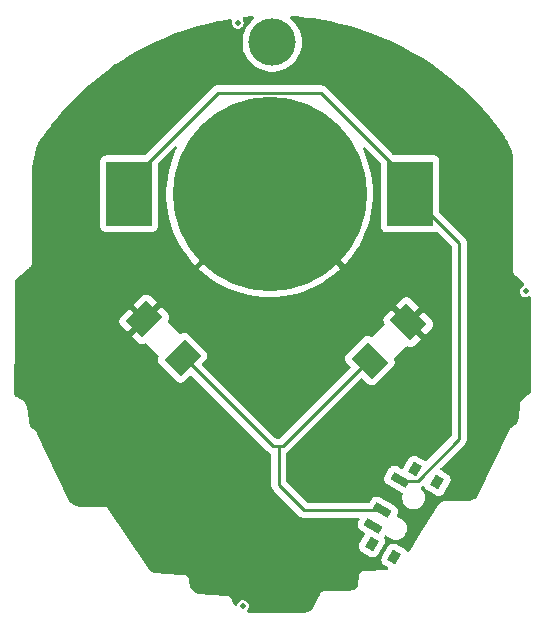
<source format=gbr>
%TF.GenerationSoftware,KiCad,Pcbnew,(6.0.7)*%
%TF.CreationDate,2022-11-23T15:41:05-06:00*%
%TF.ProjectId,LLK,4c4c4b2e-6b69-4636-9164-5f7063625858,rev?*%
%TF.SameCoordinates,Original*%
%TF.FileFunction,Copper,L2,Bot*%
%TF.FilePolarity,Positive*%
%FSLAX46Y46*%
G04 Gerber Fmt 4.6, Leading zero omitted, Abs format (unit mm)*
G04 Created by KiCad (PCBNEW (6.0.7)) date 2022-11-23 15:41:05*
%MOMM*%
%LPD*%
G01*
G04 APERTURE LIST*
G04 Aperture macros list*
%AMRotRect*
0 Rectangle, with rotation*
0 The origin of the aperture is its center*
0 $1 length*
0 $2 width*
0 $3 Rotation angle, in degrees counterclockwise*
0 Add horizontal line*
21,1,$1,$2,0,0,$3*%
G04 Aperture macros list end*
%TA.AperFunction,ComponentPad*%
%ADD10C,4.000000*%
%TD*%
%TA.AperFunction,SMDPad,CuDef*%
%ADD11RotRect,2.000000X2.500000X135.000000*%
%TD*%
%TA.AperFunction,SMDPad,CuDef*%
%ADD12RotRect,2.000000X2.500000X45.000000*%
%TD*%
%TA.AperFunction,SMDPad,CuDef*%
%ADD13C,0.500000*%
%TD*%
%TA.AperFunction,SMDPad,CuDef*%
%ADD14R,3.857800X5.472400*%
%TD*%
%TA.AperFunction,SMDPad,CuDef*%
%ADD15R,3.908600X5.523200*%
%TD*%
%TA.AperFunction,SMDPad,CuDef*%
%ADD16C,16.459512*%
%TD*%
%TA.AperFunction,SMDPad,CuDef*%
%ADD17RotRect,1.000000X0.800000X240.000000*%
%TD*%
%TA.AperFunction,SMDPad,CuDef*%
%ADD18RotRect,0.700000X1.500000X240.000000*%
%TD*%
%TA.AperFunction,Conductor*%
%ADD19C,0.250000*%
%TD*%
G04 APERTURE END LIST*
D10*
%TO.P,REF\u002A\u002A,*%
%TO.N,*%
X150660000Y-79220000D03*
%TD*%
D11*
%TO.P,D1,1,K*%
%TO.N,GND*%
X139813654Y-102693654D03*
%TO.P,D1,2,A*%
%TO.N,Net-(D1-Pad2)*%
X143066346Y-105946346D03*
%TD*%
D12*
%TO.P,D2,1,K*%
%TO.N,GND*%
X162183701Y-102923412D03*
%TO.P,D2,2,A*%
%TO.N,Net-(D1-Pad2)*%
X158931009Y-106176104D03*
%TD*%
D13*
%TO.P,REF\u002A\u002A,*%
%TO.N,*%
X172110000Y-100300000D03*
%TD*%
%TO.P,REF\u002A\u002A,*%
%TO.N,*%
X147740000Y-77580000D03*
%TD*%
D14*
%TO.P,BT1,1,+*%
%TO.N,Net-(BT1-Pad1)*%
X138535000Y-92060000D03*
D15*
X162345000Y-92060000D03*
D16*
%TO.P,BT1,2,-*%
%TO.N,GND*%
X150440000Y-92060000D03*
%TD*%
D17*
%TO.P,ON/OFF,*%
%TO.N,*%
X162739500Y-115379007D03*
X159089500Y-121700993D03*
X164653416Y-116484007D03*
X161003416Y-122805993D03*
D18*
%TO.P,ON/OFF,1,A*%
%TO.N,Net-(BT1-Pad1)*%
X161476584Y-116266443D03*
%TO.P,ON/OFF,2,B*%
%TO.N,Net-(D1-Pad2)*%
X159976584Y-118864519D03*
%TO.P,ON/OFF,3*%
%TO.N,N/C*%
X159226584Y-120163557D03*
%TD*%
D13*
%TO.P,REF\u002A\u002A,*%
%TO.N,*%
X148170000Y-126990000D03*
%TD*%
D19*
%TO.N,Net-(BT1-Pad1)*%
X166500000Y-112807550D02*
X166500000Y-96215000D01*
X162970530Y-116337020D02*
X166500000Y-112807550D01*
X162345000Y-91075000D02*
X162345000Y-92060000D01*
X161476584Y-116266443D02*
X161547161Y-116337020D01*
X138535000Y-92060000D02*
X138535000Y-91025000D01*
X166500000Y-96215000D02*
X162345000Y-92060000D01*
X161547161Y-116337020D02*
X162970530Y-116337020D01*
X146054756Y-83505244D02*
X154775244Y-83505244D01*
X138535000Y-91025000D02*
X146054756Y-83505244D01*
X154775244Y-83505244D02*
X162345000Y-91075000D01*
%TO.N,GND*%
X151292692Y-92060000D02*
X150440000Y-92060000D01*
X150440000Y-92067308D02*
X150440000Y-92060000D01*
%TO.N,Net-(D1-Pad2)*%
X153364519Y-118864519D02*
X151210000Y-116710000D01*
X143511346Y-106221346D02*
X150710000Y-113420000D01*
X151490000Y-113420000D02*
X151550000Y-113420000D01*
X159976584Y-118864519D02*
X153364519Y-118864519D01*
X158843654Y-106126346D02*
X158843654Y-106116346D01*
X151210000Y-116710000D02*
X151210000Y-113430000D01*
X150710000Y-113420000D02*
X151540000Y-113420000D01*
X151550000Y-113420000D02*
X158843654Y-106126346D01*
%TD*%
%TA.AperFunction,Conductor*%
%TO.N,GND*%
G36*
X152698941Y-77044426D02*
G01*
X152703948Y-77044828D01*
X153642541Y-77139228D01*
X153647528Y-77139831D01*
X154121557Y-77206684D01*
X154581558Y-77271559D01*
X154586476Y-77272353D01*
X155050532Y-77356787D01*
X155514569Y-77441218D01*
X155519492Y-77442216D01*
X156440057Y-77647927D01*
X156444937Y-77649120D01*
X157356575Y-77891362D01*
X157361403Y-77892748D01*
X157810324Y-78031413D01*
X158262699Y-78171145D01*
X158267443Y-78172715D01*
X158555586Y-78274467D01*
X159156908Y-78486812D01*
X159161611Y-78488579D01*
X160037846Y-78837878D01*
X160042474Y-78839831D01*
X160701565Y-79133530D01*
X160886730Y-79216042D01*
X160904070Y-79223769D01*
X160908589Y-79225891D01*
X161754264Y-79643901D01*
X161758709Y-79646210D01*
X162586992Y-80097565D01*
X162591354Y-80100056D01*
X163400999Y-80584073D01*
X163405258Y-80586736D01*
X164194943Y-81102626D01*
X164199093Y-81105456D01*
X164967618Y-81652433D01*
X164971649Y-81655425D01*
X165698011Y-82217323D01*
X165717750Y-82232593D01*
X165721658Y-82235742D01*
X166427096Y-82827867D01*
X166444174Y-82842202D01*
X166447948Y-82845501D01*
X166732333Y-83104212D01*
X167145699Y-83480261D01*
X167149347Y-83483715D01*
X167156700Y-83490960D01*
X167814098Y-84138744D01*
X167821241Y-84145783D01*
X167824748Y-84149379D01*
X168469722Y-84837705D01*
X168473078Y-84841432D01*
X169075630Y-85538186D01*
X169090125Y-85554947D01*
X169093330Y-85558808D01*
X169667628Y-86279019D01*
X169681414Y-86296308D01*
X169684460Y-86300288D01*
X169974961Y-86695981D01*
X170216878Y-87025499D01*
X170228276Y-87044255D01*
X170232350Y-87052502D01*
X170232355Y-87052510D01*
X170236329Y-87060553D01*
X170242401Y-87067158D01*
X170242405Y-87067164D01*
X170243414Y-87068261D01*
X170258284Y-87088022D01*
X170493256Y-87474048D01*
X170497863Y-87482298D01*
X170726482Y-87930390D01*
X170730372Y-87938758D01*
X170943569Y-88445100D01*
X170949389Y-88462289D01*
X171052291Y-88858067D01*
X171056119Y-88882226D01*
X171081254Y-89301132D01*
X171081480Y-89308810D01*
X171075054Y-95297257D01*
X171071551Y-98562125D01*
X171070152Y-98580711D01*
X171066283Y-98606462D01*
X171071352Y-98643677D01*
X171071463Y-98644753D01*
X171071461Y-98645967D01*
X171071920Y-98649193D01*
X171076244Y-98679617D01*
X171076343Y-98680322D01*
X171085939Y-98750787D01*
X171086554Y-98752164D01*
X171086766Y-98753658D01*
X171090311Y-98761478D01*
X171090312Y-98761480D01*
X171116102Y-98818364D01*
X171116403Y-98819033D01*
X171145312Y-98883794D01*
X171146288Y-98884942D01*
X171146911Y-98886317D01*
X171193436Y-98940429D01*
X171217782Y-98969081D01*
X171218698Y-98969872D01*
X171219442Y-98970677D01*
X171236019Y-98989957D01*
X171241872Y-98996764D01*
X171267004Y-99013092D01*
X171280671Y-99023354D01*
X171968494Y-99616956D01*
X172006996Y-99676604D01*
X172007138Y-99747601D01*
X171968873Y-99807403D01*
X171920796Y-99833493D01*
X171903529Y-99838428D01*
X171782280Y-99914930D01*
X171687377Y-100022388D01*
X171626447Y-100152163D01*
X171604391Y-100293823D01*
X171605555Y-100302725D01*
X171605555Y-100302728D01*
X171610013Y-100336818D01*
X171622980Y-100435979D01*
X171680720Y-100567203D01*
X171686497Y-100574076D01*
X171686498Y-100574077D01*
X171738948Y-100636474D01*
X171772970Y-100676948D01*
X171892313Y-100756390D01*
X172029157Y-100799142D01*
X172038129Y-100799306D01*
X172038132Y-100799307D01*
X172103463Y-100800504D01*
X172172499Y-100801770D01*
X172181728Y-100799254D01*
X172302158Y-100766421D01*
X172302160Y-100766420D01*
X172310817Y-100764060D01*
X172346981Y-100741855D01*
X172415496Y-100723258D01*
X172483191Y-100744654D01*
X172528572Y-100799254D01*
X172538904Y-100848275D01*
X172568711Y-104778512D01*
X172595264Y-108279550D01*
X172599263Y-108806895D01*
X172579779Y-108875166D01*
X172554715Y-108903987D01*
X172086204Y-109300919D01*
X172075907Y-109308771D01*
X171922960Y-109413420D01*
X171919314Y-109415823D01*
X171866164Y-109449525D01*
X171860236Y-109456268D01*
X171840575Y-109478630D01*
X171831127Y-109488280D01*
X171802567Y-109514478D01*
X171797922Y-109522157D01*
X171767684Y-109572146D01*
X171766182Y-109574567D01*
X171740366Y-109615136D01*
X171739172Y-109617012D01*
X171733369Y-109625159D01*
X171727685Y-109630533D01*
X171696464Y-109683956D01*
X171693998Y-109687998D01*
X171681395Y-109707803D01*
X171679544Y-109711900D01*
X171677418Y-109715832D01*
X171677415Y-109715830D01*
X171674209Y-109722037D01*
X171658723Y-109748535D01*
X171658720Y-109748542D01*
X171654192Y-109756290D01*
X171652020Y-109765000D01*
X171650436Y-109771354D01*
X171642998Y-109792760D01*
X171636597Y-109806922D01*
X171633615Y-109828086D01*
X171631060Y-109846218D01*
X171628547Y-109859127D01*
X171628293Y-109860146D01*
X171627112Y-109864883D01*
X171626674Y-109869739D01*
X171626674Y-109869740D01*
X171625054Y-109887711D01*
X171624332Y-109893962D01*
X171616273Y-109951155D01*
X171617566Y-109960042D01*
X171617577Y-109964684D01*
X171617068Y-109976284D01*
X171520696Y-111045132D01*
X171514022Y-111075752D01*
X171433292Y-111304487D01*
X171431768Y-111308427D01*
X171430122Y-111311617D01*
X171428584Y-111316231D01*
X171419360Y-111343902D01*
X171418643Y-111345990D01*
X171409826Y-111370971D01*
X171409823Y-111370980D01*
X171408337Y-111375192D01*
X171407637Y-111378699D01*
X171406364Y-111382888D01*
X171362853Y-111513422D01*
X171342110Y-111551785D01*
X171315346Y-111585593D01*
X171269355Y-111621789D01*
X171203911Y-111651993D01*
X171180552Y-111660102D01*
X171179572Y-111660338D01*
X171170386Y-111662545D01*
X171162598Y-111667007D01*
X171130999Y-111685111D01*
X171121160Y-111690188D01*
X171113757Y-111693604D01*
X171109996Y-111696039D01*
X171109995Y-111696040D01*
X171098072Y-111703761D01*
X171092224Y-111707325D01*
X171073276Y-111718181D01*
X171069478Y-111721220D01*
X171069470Y-111721225D01*
X171067469Y-111722826D01*
X171057249Y-111730196D01*
X171022455Y-111752726D01*
X171016593Y-111759524D01*
X171016591Y-111759525D01*
X171013060Y-111763619D01*
X170996357Y-111779716D01*
X170948794Y-111817767D01*
X170947510Y-111818659D01*
X170946010Y-111819289D01*
X170942491Y-111822146D01*
X170942478Y-111822155D01*
X170886838Y-111867327D01*
X170886213Y-111867832D01*
X170863831Y-111885738D01*
X170862932Y-111886695D01*
X170862182Y-111887345D01*
X170839898Y-111905436D01*
X170839893Y-111905441D01*
X170832928Y-111911096D01*
X170827827Y-111918483D01*
X170818537Y-111931935D01*
X170806721Y-111946574D01*
X170804537Y-111948901D01*
X170789384Y-111965042D01*
X170773549Y-111996270D01*
X170771472Y-112000088D01*
X170769330Y-112003189D01*
X170755641Y-112031532D01*
X170754601Y-112033633D01*
X170732240Y-112077730D01*
X170723507Y-112094951D01*
X170722742Y-112099043D01*
X170721096Y-112103064D01*
X168075327Y-117581481D01*
X168069576Y-117592064D01*
X167961202Y-117770563D01*
X167939236Y-117797503D01*
X167824704Y-117903855D01*
X167778813Y-117931056D01*
X167603477Y-117989502D01*
X167581459Y-117994700D01*
X167322303Y-118031722D01*
X167308648Y-118032919D01*
X165236268Y-118101346D01*
X165231532Y-118101414D01*
X165169581Y-118101120D01*
X165160957Y-118103598D01*
X165160954Y-118103598D01*
X165131481Y-118112066D01*
X165118658Y-118115035D01*
X165079619Y-118121947D01*
X165071572Y-118125931D01*
X165071573Y-118125931D01*
X165065664Y-118128856D01*
X165044548Y-118137040D01*
X165038216Y-118138859D01*
X165038210Y-118138862D01*
X165029587Y-118141339D01*
X165022005Y-118146137D01*
X165021999Y-118146140D01*
X164996092Y-118162536D01*
X164984623Y-118168982D01*
X164949086Y-118186578D01*
X164937627Y-118197130D01*
X164919661Y-118210908D01*
X164906507Y-118219233D01*
X164900572Y-118225972D01*
X164900568Y-118225975D01*
X164880307Y-118248979D01*
X164871106Y-118258387D01*
X164841939Y-118285246D01*
X164837309Y-118292934D01*
X164837308Y-118292935D01*
X164807723Y-118342058D01*
X164806029Y-118344792D01*
X163025343Y-121137601D01*
X162284741Y-122299154D01*
X162264025Y-122331644D01*
X162210537Y-122378329D01*
X162140299Y-122388685D01*
X162075613Y-122359424D01*
X162047829Y-122321495D01*
X162046978Y-122322013D01*
X162042317Y-122314347D01*
X162038786Y-122306089D01*
X161990954Y-122247960D01*
X161951259Y-122199719D01*
X161951257Y-122199717D01*
X161946235Y-122193614D01*
X161895761Y-122156673D01*
X161892802Y-122154965D01*
X161892798Y-122154962D01*
X161416564Y-121880008D01*
X161119571Y-121708539D01*
X161062342Y-121683298D01*
X161054555Y-121682002D01*
X161054552Y-121682001D01*
X160927519Y-121660858D01*
X160927517Y-121660858D01*
X160918661Y-121659384D01*
X160873661Y-121664790D01*
X160782955Y-121675686D01*
X160782952Y-121675687D01*
X160774043Y-121676757D01*
X160640114Y-121734020D01*
X160633186Y-121739721D01*
X160633184Y-121739722D01*
X160585852Y-121778670D01*
X160527640Y-121826571D01*
X160490699Y-121877045D01*
X159942565Y-122826441D01*
X159917324Y-122883670D01*
X159893409Y-123027351D01*
X159910782Y-123171968D01*
X159914311Y-123180221D01*
X159964515Y-123297640D01*
X159964517Y-123297643D01*
X159968046Y-123305897D01*
X160060597Y-123418372D01*
X160111071Y-123455313D01*
X160114030Y-123457021D01*
X160114034Y-123457024D01*
X160436668Y-123643297D01*
X160485661Y-123694680D01*
X160499097Y-123764393D01*
X160472711Y-123830304D01*
X160414878Y-123871486D01*
X160379241Y-123878292D01*
X158542853Y-123959549D01*
X158521053Y-123958622D01*
X158516198Y-123957991D01*
X158512195Y-123957471D01*
X158512193Y-123957471D01*
X158503296Y-123956315D01*
X158465840Y-123962179D01*
X158459962Y-123962769D01*
X158459977Y-123962897D01*
X158455519Y-123963413D01*
X158451045Y-123963611D01*
X158425422Y-123968445D01*
X158421555Y-123969112D01*
X158359391Y-123978845D01*
X158352092Y-123982279D01*
X158344158Y-123983776D01*
X158288004Y-124012367D01*
X158284593Y-124014038D01*
X158227594Y-124040857D01*
X158221551Y-124046203D01*
X158214357Y-124049866D01*
X158207823Y-124056020D01*
X158168533Y-124093024D01*
X158165632Y-124095672D01*
X158118499Y-124137368D01*
X158114199Y-124144196D01*
X158108323Y-124149730D01*
X158103779Y-124157470D01*
X158103778Y-124157471D01*
X158076432Y-124204048D01*
X158074394Y-124207399D01*
X158040877Y-124260620D01*
X158038667Y-124268375D01*
X158034578Y-124275341D01*
X158032389Y-124284044D01*
X158032389Y-124284045D01*
X158019225Y-124336391D01*
X158018208Y-124340185D01*
X158011546Y-124363567D01*
X158011544Y-124363575D01*
X158010211Y-124368255D01*
X158009613Y-124373088D01*
X158008645Y-124377857D01*
X158008445Y-124377816D01*
X158007345Y-124383631D01*
X157999054Y-124416600D01*
X157999396Y-124425573D01*
X157999396Y-124425575D01*
X157999886Y-124438406D01*
X157999025Y-124458679D01*
X157909370Y-125183391D01*
X157901621Y-125246027D01*
X157884970Y-125294793D01*
X157829052Y-125389153D01*
X157812005Y-125411700D01*
X157775133Y-125450512D01*
X157726355Y-125482319D01*
X157495332Y-125565251D01*
X157488471Y-125567494D01*
X157152421Y-125666781D01*
X157117335Y-125671944D01*
X155212146Y-125681192D01*
X155188081Y-125678867D01*
X155187178Y-125678817D01*
X155178372Y-125677055D01*
X155169428Y-125677835D01*
X155169427Y-125677835D01*
X155144956Y-125679970D01*
X155131317Y-125681159D01*
X155120980Y-125681635D01*
X155120243Y-125681638D01*
X155115500Y-125681661D01*
X155115495Y-125681661D01*
X155111019Y-125681683D01*
X155106586Y-125682340D01*
X155106583Y-125682340D01*
X155094311Y-125684158D01*
X155086795Y-125685041D01*
X155061130Y-125687280D01*
X155033265Y-125689710D01*
X155024902Y-125692968D01*
X155018538Y-125694453D01*
X155012295Y-125696311D01*
X155003421Y-125697626D01*
X154995274Y-125701378D01*
X154995271Y-125701379D01*
X154954599Y-125720111D01*
X154947627Y-125723071D01*
X154897543Y-125742582D01*
X154890425Y-125748061D01*
X154884755Y-125751260D01*
X154879279Y-125754799D01*
X154871120Y-125758557D01*
X154864348Y-125764450D01*
X154864346Y-125764451D01*
X154830563Y-125793848D01*
X154824710Y-125798639D01*
X154807308Y-125812033D01*
X154789228Y-125825948D01*
X154789226Y-125825950D01*
X154782115Y-125831423D01*
X154776824Y-125838674D01*
X154772260Y-125843357D01*
X154768009Y-125848278D01*
X154761238Y-125854170D01*
X154737021Y-125891932D01*
X154732223Y-125899414D01*
X154727947Y-125905660D01*
X154719013Y-125917904D01*
X154719008Y-125917911D01*
X154716147Y-125921833D01*
X154711918Y-125930039D01*
X154705983Y-125940331D01*
X154682607Y-125976781D01*
X154680077Y-125985393D01*
X154680076Y-125985395D01*
X154679071Y-125988815D01*
X154670181Y-126011020D01*
X154539798Y-126264003D01*
X154112422Y-127093241D01*
X154076390Y-127163153D01*
X154051650Y-127196324D01*
X153892743Y-127348875D01*
X153886667Y-127354339D01*
X153813835Y-127415672D01*
X153768470Y-127440101D01*
X153648036Y-127475785D01*
X153639026Y-127478095D01*
X153498596Y-127508624D01*
X153471830Y-127511500D01*
X148657099Y-127511500D01*
X148588978Y-127491498D01*
X148542485Y-127437842D01*
X148532381Y-127367568D01*
X148563683Y-127300945D01*
X148583178Y-127279407D01*
X148589200Y-127272754D01*
X148651710Y-127143733D01*
X148675496Y-127002354D01*
X148675647Y-126990000D01*
X148667473Y-126932924D01*
X148656596Y-126856968D01*
X148656595Y-126856965D01*
X148655323Y-126848082D01*
X148595984Y-126717572D01*
X148557039Y-126672374D01*
X148508260Y-126615763D01*
X148508257Y-126615760D01*
X148502400Y-126608963D01*
X148382095Y-126530985D01*
X148244739Y-126489907D01*
X148235763Y-126489852D01*
X148235762Y-126489852D01*
X148175555Y-126489484D01*
X148101376Y-126489031D01*
X147963529Y-126528428D01*
X147842280Y-126604930D01*
X147747377Y-126712388D01*
X147686447Y-126842163D01*
X147685999Y-126841953D01*
X147650398Y-126896022D01*
X147585495Y-126924798D01*
X147515337Y-126913917D01*
X147462199Y-126866833D01*
X147455733Y-126855200D01*
X147378443Y-126696997D01*
X147258056Y-126450580D01*
X147255585Y-126444683D01*
X147254475Y-126439117D01*
X147250319Y-126431161D01*
X147250318Y-126431157D01*
X147224024Y-126380817D01*
X147222496Y-126377793D01*
X147212834Y-126358016D01*
X147212833Y-126358014D01*
X147210862Y-126353980D01*
X147208338Y-126350264D01*
X147206992Y-126347944D01*
X147204303Y-126343061D01*
X147191198Y-126317971D01*
X147187040Y-126310010D01*
X147173846Y-126296289D01*
X147160448Y-126279764D01*
X147149742Y-126264003D01*
X147139006Y-126255150D01*
X147121813Y-126240970D01*
X147111157Y-126231097D01*
X147092304Y-126211491D01*
X147092302Y-126211489D01*
X147086080Y-126205019D01*
X147069566Y-126195553D01*
X147052062Y-126183448D01*
X147044293Y-126177041D01*
X147037368Y-126171330D01*
X147004097Y-126157061D01*
X146991110Y-126150581D01*
X146967503Y-126137049D01*
X146967501Y-126137048D01*
X146959711Y-126132583D01*
X146950983Y-126130484D01*
X146950980Y-126130483D01*
X146941198Y-126128131D01*
X146920995Y-126121423D01*
X146903502Y-126113921D01*
X146876400Y-126110635D01*
X146867581Y-126109566D01*
X146860447Y-126108281D01*
X146860440Y-126108324D01*
X146855629Y-126107554D01*
X146850894Y-126106415D01*
X146824820Y-126104284D01*
X146819924Y-126103788D01*
X146758902Y-126096390D01*
X146750941Y-126097707D01*
X146740465Y-126097392D01*
X144343369Y-125901519D01*
X144304424Y-125891932D01*
X144150696Y-125826715D01*
X144120630Y-125808657D01*
X144011090Y-125719981D01*
X143999399Y-125709228D01*
X143823827Y-125526023D01*
X143820121Y-125521933D01*
X143817575Y-125518448D01*
X143794374Y-125495247D01*
X143792499Y-125493333D01*
X143777062Y-125477225D01*
X143743790Y-125411020D01*
X143727114Y-125312245D01*
X143643391Y-124816347D01*
X143641974Y-124804623D01*
X143641726Y-124801252D01*
X143642343Y-124792297D01*
X143640422Y-124783528D01*
X143629873Y-124735383D01*
X143628712Y-124729394D01*
X143626073Y-124713764D01*
X143626070Y-124713753D01*
X143625326Y-124709344D01*
X143623964Y-124705083D01*
X143623960Y-124705068D01*
X143623442Y-124703448D01*
X143620381Y-124692058D01*
X143613090Y-124658789D01*
X143613089Y-124658786D01*
X143611167Y-124650015D01*
X143606864Y-124642141D01*
X143606861Y-124642134D01*
X143605346Y-124639363D01*
X143595899Y-124617317D01*
X143594932Y-124614294D01*
X143594931Y-124614293D01*
X143592196Y-124605739D01*
X143584688Y-124594621D01*
X143568097Y-124570056D01*
X143561950Y-124559964D01*
X143545615Y-124530076D01*
X143541311Y-124522201D01*
X143532729Y-124513606D01*
X143517477Y-124495101D01*
X143515701Y-124492472D01*
X143515699Y-124492470D01*
X143510675Y-124485031D01*
X143503769Y-124479304D01*
X143503767Y-124479302D01*
X143477535Y-124457550D01*
X143468804Y-124449590D01*
X143444732Y-124425483D01*
X143444731Y-124425483D01*
X143438390Y-124419132D01*
X143427739Y-124413291D01*
X143407901Y-124399806D01*
X143405463Y-124397784D01*
X143405462Y-124397783D01*
X143398553Y-124392054D01*
X143379058Y-124383631D01*
X143359032Y-124374978D01*
X143348421Y-124369790D01*
X143318551Y-124353409D01*
X143318547Y-124353407D01*
X143310678Y-124349092D01*
X143301913Y-124347158D01*
X143301910Y-124347157D01*
X143298815Y-124346474D01*
X143275995Y-124339101D01*
X143273087Y-124337845D01*
X143273086Y-124337845D01*
X143264842Y-124334283D01*
X143239545Y-124331147D01*
X143222115Y-124328986D01*
X143210477Y-124326985D01*
X143206140Y-124326028D01*
X143206132Y-124326027D01*
X143201387Y-124324980D01*
X143196534Y-124324675D01*
X143196524Y-124324674D01*
X143181728Y-124323745D01*
X143174121Y-124323036D01*
X143129197Y-124317467D01*
X143129196Y-124317467D01*
X143120291Y-124316363D01*
X143111432Y-124317803D01*
X143102457Y-124317973D01*
X143102447Y-124317433D01*
X143090507Y-124318021D01*
X141691523Y-124230218D01*
X140826717Y-124175942D01*
X140805206Y-124172710D01*
X140639288Y-124132890D01*
X140627310Y-124129378D01*
X140493110Y-124082699D01*
X140468184Y-124070827D01*
X140444265Y-124056020D01*
X140354013Y-124000150D01*
X140340237Y-123990281D01*
X140281620Y-123942008D01*
X140255272Y-123912161D01*
X140140712Y-123731276D01*
X140137587Y-123726069D01*
X140135736Y-123722810D01*
X140133667Y-123718404D01*
X140116669Y-123693214D01*
X140114667Y-123690152D01*
X140102450Y-123670862D01*
X140102449Y-123670861D01*
X140100054Y-123667079D01*
X140097147Y-123663675D01*
X140094482Y-123660063D01*
X140094619Y-123659962D01*
X140091196Y-123655465D01*
X139956134Y-123455313D01*
X136796977Y-118773670D01*
X136795190Y-118770945D01*
X136764483Y-118722780D01*
X136764482Y-118722779D01*
X136759656Y-118715209D01*
X136732622Y-118691558D01*
X136722193Y-118681306D01*
X136704100Y-118661325D01*
X136704098Y-118661323D01*
X136698075Y-118654672D01*
X136690429Y-118649979D01*
X136690427Y-118649978D01*
X136681616Y-118644571D01*
X136664558Y-118632013D01*
X136656785Y-118625213D01*
X136650030Y-118619303D01*
X136641891Y-118615528D01*
X136641886Y-118615525D01*
X136617440Y-118604187D01*
X136604550Y-118597273D01*
X136593000Y-118590185D01*
X136573933Y-118578483D01*
X136555301Y-118573407D01*
X136535412Y-118566144D01*
X136526036Y-118561796D01*
X136526034Y-118561795D01*
X136517891Y-118558019D01*
X136482372Y-118552659D01*
X136468054Y-118549639D01*
X136442059Y-118542557D01*
X136442054Y-118542556D01*
X136433397Y-118540198D01*
X136424423Y-118540364D01*
X136424422Y-118540364D01*
X136398410Y-118540846D01*
X136362020Y-118541519D01*
X136360339Y-118541540D01*
X134317232Y-118551132D01*
X134286086Y-118547371D01*
X134093895Y-118499324D01*
X134074357Y-118492698D01*
X133870441Y-118404335D01*
X133852089Y-118394509D01*
X133769416Y-118341014D01*
X133606118Y-118235350D01*
X133587672Y-118220806D01*
X133506212Y-118143225D01*
X133479203Y-118105848D01*
X133377357Y-117890475D01*
X130759543Y-112354596D01*
X130752951Y-112337555D01*
X130745074Y-112311772D01*
X130724622Y-112280623D01*
X130724354Y-112280182D01*
X130724084Y-112279611D01*
X130704636Y-112250182D01*
X130683648Y-112218216D01*
X130683228Y-112217751D01*
X130682926Y-112217329D01*
X130669064Y-112196353D01*
X130669061Y-112196350D01*
X130664114Y-112188864D01*
X130640550Y-112168922D01*
X130628516Y-112157279D01*
X130483924Y-111997467D01*
X130477659Y-111989979D01*
X130471453Y-111981948D01*
X130471447Y-111981942D01*
X130468476Y-111978097D01*
X130457446Y-111967648D01*
X130450676Y-111960720D01*
X130442574Y-111951765D01*
X130430362Y-111941622D01*
X130424247Y-111936195D01*
X130242083Y-111763619D01*
X130162807Y-111688515D01*
X130132084Y-111642852D01*
X130056589Y-111449398D01*
X130048465Y-111414775D01*
X129972901Y-110566788D01*
X129972405Y-110555156D01*
X129972421Y-110550690D01*
X129973725Y-110541808D01*
X129965729Y-110484535D01*
X129965016Y-110478296D01*
X129963252Y-110458498D01*
X129961741Y-110452076D01*
X129959599Y-110440625D01*
X129958924Y-110435792D01*
X129958250Y-110430964D01*
X129956844Y-110426307D01*
X129956842Y-110426297D01*
X129952681Y-110412514D01*
X129950656Y-110404966D01*
X129940394Y-110361358D01*
X129940391Y-110361350D01*
X129938336Y-110352618D01*
X129933912Y-110344812D01*
X129930636Y-110336450D01*
X129931082Y-110336275D01*
X129926271Y-110325034D01*
X129865456Y-110123585D01*
X129807682Y-109932207D01*
X129805624Y-109920900D01*
X129804990Y-109921035D01*
X129803127Y-109912260D01*
X129802526Y-109903301D01*
X129797960Y-109890848D01*
X129783582Y-109851636D01*
X129781257Y-109844676D01*
X129777542Y-109832370D01*
X129776249Y-109828086D01*
X129774356Y-109824016D01*
X129772326Y-109819651D01*
X129768275Y-109809892D01*
X129764187Y-109798745D01*
X129752381Y-109766548D01*
X129747050Y-109759328D01*
X129747049Y-109759325D01*
X129747035Y-109759306D01*
X129734164Y-109737622D01*
X129734155Y-109737602D01*
X129734153Y-109737599D01*
X129730368Y-109729463D01*
X129699911Y-109694731D01*
X129693295Y-109686515D01*
X129665868Y-109649365D01*
X129658723Y-109643929D01*
X129658705Y-109643915D01*
X129640271Y-109626721D01*
X129640253Y-109626701D01*
X129634333Y-109619950D01*
X129595354Y-109595164D01*
X129586694Y-109589131D01*
X129580668Y-109584547D01*
X129576796Y-109581601D01*
X129572523Y-109579289D01*
X129572516Y-109579285D01*
X129562139Y-109573672D01*
X129554475Y-109569170D01*
X129518997Y-109546609D01*
X129518994Y-109546608D01*
X129511421Y-109541792D01*
X129502801Y-109539296D01*
X129494617Y-109535600D01*
X129494668Y-109535488D01*
X129481846Y-109530234D01*
X129013301Y-109276759D01*
X128984159Y-109255032D01*
X128875663Y-109146536D01*
X128841637Y-109084224D01*
X128838758Y-109057317D01*
X128838909Y-108903987D01*
X128843606Y-104117484D01*
X138755364Y-104117484D01*
X138755495Y-104119317D01*
X138759746Y-104125932D01*
X139309251Y-104675437D01*
X139314334Y-104679998D01*
X139354208Y-104712059D01*
X139367561Y-104720282D01*
X139484662Y-104773524D01*
X139501720Y-104778512D01*
X139627988Y-104796595D01*
X139645766Y-104796595D01*
X139772036Y-104778512D01*
X139789094Y-104773524D01*
X139906946Y-104719941D01*
X139977236Y-104709955D01*
X140041768Y-104739556D01*
X140050322Y-104747729D01*
X140894896Y-105634269D01*
X141001438Y-105746105D01*
X141033942Y-105809223D01*
X141024910Y-105885165D01*
X140985991Y-105970764D01*
X140985989Y-105970770D01*
X140982276Y-105978937D01*
X140981004Y-105987820D01*
X140981003Y-105987823D01*
X140971740Y-106052507D01*
X140961627Y-106123123D01*
X140962900Y-106132012D01*
X140972712Y-106200523D01*
X140982276Y-106267309D01*
X141042563Y-106399905D01*
X141047510Y-106406058D01*
X141047512Y-106406061D01*
X141068300Y-106431915D01*
X141081756Y-106448651D01*
X142564041Y-107930936D01*
X142566703Y-107933076D01*
X142606631Y-107965180D01*
X142606634Y-107965182D01*
X142612787Y-107970129D01*
X142745383Y-108030416D01*
X142754266Y-108031688D01*
X142754269Y-108031689D01*
X142880680Y-108049792D01*
X142889569Y-108051065D01*
X142898458Y-108049792D01*
X143024869Y-108031689D01*
X143024872Y-108031688D01*
X143033755Y-108030416D01*
X143166351Y-107970129D01*
X143172504Y-107965182D01*
X143172507Y-107965180D01*
X143212435Y-107933076D01*
X143215097Y-107930936D01*
X143680969Y-107465064D01*
X143743281Y-107431038D01*
X143814096Y-107436103D01*
X143859159Y-107465064D01*
X150206348Y-113812253D01*
X150213888Y-113820539D01*
X150218000Y-113827018D01*
X150223777Y-113832443D01*
X150267651Y-113873643D01*
X150270493Y-113876398D01*
X150290230Y-113896135D01*
X150293427Y-113898615D01*
X150302447Y-113906318D01*
X150334679Y-113936586D01*
X150341625Y-113940405D01*
X150341628Y-113940407D01*
X150352434Y-113946348D01*
X150368953Y-113957199D01*
X150384959Y-113969614D01*
X150392228Y-113972759D01*
X150392232Y-113972762D01*
X150425537Y-113987174D01*
X150436187Y-113992391D01*
X150474940Y-114013695D01*
X150482616Y-114015666D01*
X150489987Y-114018584D01*
X150489431Y-114019988D01*
X150542837Y-114051775D01*
X150574529Y-114115306D01*
X150576500Y-114137506D01*
X150576500Y-116631233D01*
X150575973Y-116642416D01*
X150574298Y-116649909D01*
X150574547Y-116657835D01*
X150574547Y-116657836D01*
X150576438Y-116717986D01*
X150576500Y-116721945D01*
X150576500Y-116749856D01*
X150576997Y-116753790D01*
X150576997Y-116753791D01*
X150577005Y-116753856D01*
X150577938Y-116765693D01*
X150579327Y-116809889D01*
X150584978Y-116829339D01*
X150588987Y-116848700D01*
X150591526Y-116868797D01*
X150594445Y-116876168D01*
X150594445Y-116876170D01*
X150607804Y-116909912D01*
X150611649Y-116921142D01*
X150621629Y-116955494D01*
X150623982Y-116963593D01*
X150628015Y-116970412D01*
X150628017Y-116970417D01*
X150634293Y-116981028D01*
X150642988Y-116998776D01*
X150650448Y-117017617D01*
X150655110Y-117024033D01*
X150655110Y-117024034D01*
X150676436Y-117053387D01*
X150682952Y-117063307D01*
X150698905Y-117090281D01*
X150705458Y-117101362D01*
X150719779Y-117115683D01*
X150732619Y-117130716D01*
X150744528Y-117147107D01*
X150750634Y-117152158D01*
X150778605Y-117175298D01*
X150787384Y-117183288D01*
X152860867Y-119256772D01*
X152868407Y-119265058D01*
X152872519Y-119271537D01*
X152878296Y-119276962D01*
X152922170Y-119318162D01*
X152925012Y-119320917D01*
X152944749Y-119340654D01*
X152947946Y-119343134D01*
X152956966Y-119350837D01*
X152989198Y-119381105D01*
X152996144Y-119384924D01*
X152996147Y-119384926D01*
X153006953Y-119390867D01*
X153023472Y-119401718D01*
X153039478Y-119414133D01*
X153046747Y-119417278D01*
X153046751Y-119417281D01*
X153080056Y-119431693D01*
X153090706Y-119436910D01*
X153129459Y-119458214D01*
X153137134Y-119460185D01*
X153137135Y-119460185D01*
X153149081Y-119463252D01*
X153167786Y-119469656D01*
X153186374Y-119477700D01*
X153194197Y-119478939D01*
X153194207Y-119478942D01*
X153230043Y-119484618D01*
X153241663Y-119487024D01*
X153276808Y-119496047D01*
X153284489Y-119498019D01*
X153304743Y-119498019D01*
X153324453Y-119499570D01*
X153344462Y-119502739D01*
X153352354Y-119501993D01*
X153388480Y-119498578D01*
X153400338Y-119498019D01*
X157939404Y-119498019D01*
X158007525Y-119518021D01*
X158054018Y-119571677D01*
X158064122Y-119641951D01*
X158048523Y-119687018D01*
X157937624Y-119879101D01*
X157912383Y-119936330D01*
X157911087Y-119944119D01*
X157911086Y-119944121D01*
X157907400Y-119966270D01*
X157888468Y-120080011D01*
X157905841Y-120224629D01*
X157963105Y-120358557D01*
X158055656Y-120471032D01*
X158106130Y-120507973D01*
X158109089Y-120509681D01*
X158109093Y-120509684D01*
X158464347Y-120714790D01*
X158513340Y-120766173D01*
X158526776Y-120835886D01*
X158510466Y-120886909D01*
X158443538Y-121002832D01*
X158028649Y-121721441D01*
X158003408Y-121778670D01*
X158002112Y-121786459D01*
X158002111Y-121786461D01*
X157986541Y-121880008D01*
X157979493Y-121922351D01*
X157996866Y-122066968D01*
X158000395Y-122075221D01*
X158050599Y-122192640D01*
X158050601Y-122192643D01*
X158054130Y-122200897D01*
X158059837Y-122207832D01*
X158134982Y-122299154D01*
X158146681Y-122313372D01*
X158197155Y-122350313D01*
X158200114Y-122352021D01*
X158200118Y-122352024D01*
X158245680Y-122378329D01*
X158973345Y-122798447D01*
X159030574Y-122823688D01*
X159038361Y-122824984D01*
X159038364Y-122824985D01*
X159165397Y-122846128D01*
X159165399Y-122846128D01*
X159174255Y-122847602D01*
X159219255Y-122842196D01*
X159309961Y-122831300D01*
X159309964Y-122831299D01*
X159318873Y-122830229D01*
X159452802Y-122772966D01*
X159459730Y-122767265D01*
X159459732Y-122767264D01*
X159559174Y-122685436D01*
X159565276Y-122680415D01*
X159602217Y-122629941D01*
X160150351Y-121680545D01*
X160175592Y-121623316D01*
X160199507Y-121479635D01*
X160182134Y-121335018D01*
X160130879Y-121215143D01*
X160122489Y-121144644D01*
X160137614Y-121102607D01*
X160181609Y-121026405D01*
X160232991Y-120977412D01*
X160302705Y-120963976D01*
X160368616Y-120990362D01*
X160382277Y-121002832D01*
X160496254Y-121123360D01*
X160655763Y-121235049D01*
X160661626Y-121237586D01*
X160828613Y-121309848D01*
X160828617Y-121309849D01*
X160834472Y-121312383D01*
X160840719Y-121313688D01*
X160840722Y-121313689D01*
X161020345Y-121351214D01*
X161020350Y-121351215D01*
X161025081Y-121352203D01*
X161031473Y-121352538D01*
X161174451Y-121352538D01*
X161259215Y-121343928D01*
X161313166Y-121338448D01*
X161313167Y-121338448D01*
X161319515Y-121337803D01*
X161400631Y-121312383D01*
X161499239Y-121281482D01*
X161499244Y-121281480D01*
X161505329Y-121279573D01*
X161592263Y-121231384D01*
X161670059Y-121188261D01*
X161670062Y-121188259D01*
X161675638Y-121185168D01*
X161680479Y-121181019D01*
X161680483Y-121181016D01*
X161818643Y-121062598D01*
X161823486Y-121058447D01*
X161848341Y-121026405D01*
X161938919Y-120909632D01*
X161942834Y-120904585D01*
X162028806Y-120729867D01*
X162030416Y-120723687D01*
X162076280Y-120547613D01*
X162076280Y-120547610D01*
X162077890Y-120541431D01*
X162088081Y-120346974D01*
X162058963Y-120154439D01*
X162056760Y-120148453D01*
X162056759Y-120148447D01*
X161993928Y-119977678D01*
X161993926Y-119977673D01*
X161991725Y-119971692D01*
X161889114Y-119806198D01*
X161755322Y-119664716D01*
X161595813Y-119553027D01*
X161477880Y-119501993D01*
X161422963Y-119478228D01*
X161422959Y-119478227D01*
X161417104Y-119475693D01*
X161410857Y-119474388D01*
X161410854Y-119474387D01*
X161283913Y-119447868D01*
X161221322Y-119414359D01*
X161186784Y-119352329D01*
X161191264Y-119281474D01*
X161200560Y-119261531D01*
X161263837Y-119151931D01*
X161265544Y-119148975D01*
X161290785Y-119091746D01*
X161297961Y-119048635D01*
X161313226Y-118956923D01*
X161313226Y-118956920D01*
X161314700Y-118948065D01*
X161297327Y-118803447D01*
X161245472Y-118682169D01*
X161243594Y-118677777D01*
X161243594Y-118677776D01*
X161240063Y-118669519D01*
X161180615Y-118597273D01*
X161152536Y-118563149D01*
X161152534Y-118563147D01*
X161147512Y-118557044D01*
X161097038Y-118520103D01*
X159714630Y-117721969D01*
X159657401Y-117696728D01*
X159649614Y-117695432D01*
X159649611Y-117695431D01*
X159522578Y-117674288D01*
X159522576Y-117674288D01*
X159513720Y-117672814D01*
X159369102Y-117690186D01*
X159353802Y-117696728D01*
X159243428Y-117743920D01*
X159243426Y-117743921D01*
X159235173Y-117747450D01*
X159122699Y-117840001D01*
X159085758Y-117890475D01*
X158943404Y-118137040D01*
X158925518Y-118168019D01*
X158874136Y-118217012D01*
X158816399Y-118231019D01*
X153679113Y-118231019D01*
X153610992Y-118211017D01*
X153590018Y-118194114D01*
X151880405Y-116484500D01*
X151846379Y-116422188D01*
X151843500Y-116395405D01*
X151843500Y-114054287D01*
X151863502Y-113986166D01*
X151905360Y-113945834D01*
X151934534Y-113928580D01*
X151941362Y-113924542D01*
X151955683Y-113910221D01*
X151970717Y-113897380D01*
X151980694Y-113890131D01*
X151987107Y-113885472D01*
X152015298Y-113851395D01*
X152023288Y-113842616D01*
X158154639Y-107711265D01*
X158216951Y-107677239D01*
X158287766Y-107682304D01*
X158332829Y-107711265D01*
X158782258Y-108160694D01*
X158784920Y-108162834D01*
X158824848Y-108194938D01*
X158824851Y-108194940D01*
X158831004Y-108199887D01*
X158963600Y-108260174D01*
X158972483Y-108261446D01*
X158972486Y-108261447D01*
X159098897Y-108279550D01*
X159107786Y-108280823D01*
X159116675Y-108279550D01*
X159243086Y-108261447D01*
X159243089Y-108261446D01*
X159251972Y-108260174D01*
X159384568Y-108199887D01*
X159390721Y-108194940D01*
X159390724Y-108194938D01*
X159430652Y-108162834D01*
X159433314Y-108160694D01*
X160915599Y-106678409D01*
X160929055Y-106661673D01*
X160949843Y-106635819D01*
X160949845Y-106635816D01*
X160954792Y-106629663D01*
X160982355Y-106569040D01*
X161011365Y-106505236D01*
X161011365Y-106505235D01*
X161015079Y-106497067D01*
X161035728Y-106352881D01*
X161025615Y-106282265D01*
X161016352Y-106217581D01*
X161016351Y-106217578D01*
X161015079Y-106208695D01*
X161011365Y-106200526D01*
X161011364Y-106200523D01*
X160962925Y-106093985D01*
X160952939Y-106023695D01*
X160982540Y-105959163D01*
X160990716Y-105950606D01*
X161995600Y-104993290D01*
X162058718Y-104960786D01*
X162134661Y-104969818D01*
X162208264Y-105003283D01*
X162225319Y-105008270D01*
X162351589Y-105026353D01*
X162369367Y-105026353D01*
X162495635Y-105008270D01*
X162512693Y-105003282D01*
X162629799Y-104950038D01*
X162643145Y-104941819D01*
X162683023Y-104909756D01*
X162688100Y-104905201D01*
X163234378Y-104358923D01*
X163241992Y-104344979D01*
X163241861Y-104343146D01*
X163237610Y-104336531D01*
X161825623Y-102924544D01*
X162548109Y-102924544D01*
X162548240Y-102926377D01*
X162552491Y-102932992D01*
X163593587Y-103974088D01*
X163607531Y-103981702D01*
X163609364Y-103981571D01*
X163615979Y-103977320D01*
X164165484Y-103427815D01*
X164170045Y-103422732D01*
X164202106Y-103382858D01*
X164210329Y-103369505D01*
X164263571Y-103252404D01*
X164268559Y-103235346D01*
X164286642Y-103109078D01*
X164286642Y-103091300D01*
X164268559Y-102965030D01*
X164263572Y-102947975D01*
X164210326Y-102830866D01*
X164202109Y-102817522D01*
X164170046Y-102777645D01*
X164165490Y-102772567D01*
X163442435Y-102049512D01*
X163428491Y-102041898D01*
X163426658Y-102042029D01*
X163420043Y-102046280D01*
X162555723Y-102910600D01*
X162548109Y-102924544D01*
X161825623Y-102924544D01*
X160773815Y-101872736D01*
X160759871Y-101865122D01*
X160758038Y-101865253D01*
X160751423Y-101869504D01*
X160201918Y-102419009D01*
X160197357Y-102424092D01*
X160165296Y-102463966D01*
X160157073Y-102477319D01*
X160103831Y-102594420D01*
X160098843Y-102611478D01*
X160080760Y-102737746D01*
X160080760Y-102755524D01*
X160098843Y-102881794D01*
X160103830Y-102898849D01*
X160157074Y-103015954D01*
X160157935Y-103017352D01*
X160158273Y-103018592D01*
X160160344Y-103023146D01*
X160159607Y-103023481D01*
X160176625Y-103085844D01*
X160155318Y-103153568D01*
X160140845Y-103171403D01*
X159574678Y-103751814D01*
X159196289Y-104139722D01*
X159134404Y-104174518D01*
X159063531Y-104170333D01*
X159040024Y-104159028D01*
X159037169Y-104157270D01*
X159031014Y-104152321D01*
X159023827Y-104149054D01*
X159023825Y-104149052D01*
X158906587Y-104095748D01*
X158906586Y-104095748D01*
X158898418Y-104092034D01*
X158889535Y-104090762D01*
X158889532Y-104090761D01*
X158763121Y-104072658D01*
X158754232Y-104071385D01*
X158745343Y-104072658D01*
X158618932Y-104090761D01*
X158618929Y-104090762D01*
X158610046Y-104092034D01*
X158601878Y-104095748D01*
X158601877Y-104095748D01*
X158554071Y-104117484D01*
X158477450Y-104152321D01*
X158471297Y-104157268D01*
X158471294Y-104157270D01*
X158449843Y-104174518D01*
X158428704Y-104191514D01*
X156946419Y-105673799D01*
X156944279Y-105676461D01*
X156912175Y-105716389D01*
X156912173Y-105716392D01*
X156907226Y-105722545D01*
X156846939Y-105855141D01*
X156845667Y-105864024D01*
X156845666Y-105864027D01*
X156829210Y-105978937D01*
X156826290Y-105999327D01*
X156827563Y-106008216D01*
X156837285Y-106076099D01*
X156846939Y-106143513D01*
X156907226Y-106276109D01*
X156912173Y-106282262D01*
X156912175Y-106282265D01*
X156932963Y-106308119D01*
X156946419Y-106324855D01*
X157258735Y-106637171D01*
X157292761Y-106699483D01*
X157287696Y-106770298D01*
X157258735Y-106815361D01*
X154281327Y-109792768D01*
X151324500Y-112749595D01*
X151262188Y-112783621D01*
X151235405Y-112786500D01*
X151024594Y-112786500D01*
X150956473Y-112766498D01*
X150935499Y-112749595D01*
X144755064Y-106569159D01*
X144721038Y-106506847D01*
X144726103Y-106436032D01*
X144755064Y-106390969D01*
X145050936Y-106095097D01*
X145066211Y-106076099D01*
X145085180Y-106052507D01*
X145085182Y-106052504D01*
X145090129Y-106046351D01*
X145124496Y-105970764D01*
X145146702Y-105921924D01*
X145146702Y-105921923D01*
X145150416Y-105913755D01*
X145154511Y-105885165D01*
X145169792Y-105778458D01*
X145171065Y-105769569D01*
X145150416Y-105625383D01*
X145090129Y-105492787D01*
X145085182Y-105486634D01*
X145085180Y-105486631D01*
X145053076Y-105446703D01*
X145050936Y-105444041D01*
X143568651Y-103961756D01*
X143530976Y-103931464D01*
X143526061Y-103927512D01*
X143526058Y-103927510D01*
X143519905Y-103922563D01*
X143387309Y-103862276D01*
X143378426Y-103861004D01*
X143378423Y-103861003D01*
X143252012Y-103842900D01*
X143243123Y-103841627D01*
X143234234Y-103842900D01*
X143107823Y-103861003D01*
X143107820Y-103861004D01*
X143098937Y-103862276D01*
X142968727Y-103921478D01*
X142898437Y-103931464D01*
X142833906Y-103901864D01*
X142828595Y-103896972D01*
X141856016Y-102948260D01*
X141821220Y-102886375D01*
X141825404Y-102815502D01*
X141836711Y-102791993D01*
X141840281Y-102786196D01*
X141893525Y-102669091D01*
X141898512Y-102652036D01*
X141916595Y-102525766D01*
X141916595Y-102507988D01*
X141898512Y-102381720D01*
X141893524Y-102364662D01*
X141840280Y-102247556D01*
X141832061Y-102234210D01*
X141799998Y-102194332D01*
X141795443Y-102189255D01*
X141249165Y-101642977D01*
X141235221Y-101635363D01*
X141233388Y-101635494D01*
X141226773Y-101639745D01*
X138762978Y-104103540D01*
X138755364Y-104117484D01*
X128843606Y-104117484D01*
X128844821Y-102879320D01*
X137710713Y-102879320D01*
X137728796Y-103005588D01*
X137733784Y-103022646D01*
X137787028Y-103139752D01*
X137795247Y-103153098D01*
X137827310Y-103192976D01*
X137831865Y-103198053D01*
X138378143Y-103744331D01*
X138392087Y-103751945D01*
X138393920Y-103751814D01*
X138400535Y-103747563D01*
X139441632Y-102706466D01*
X139449246Y-102692522D01*
X139449115Y-102690689D01*
X139444864Y-102684074D01*
X138580545Y-101819755D01*
X138566601Y-101812141D01*
X138564768Y-101812272D01*
X138558153Y-101816523D01*
X137831871Y-102542805D01*
X137827309Y-102547889D01*
X137795249Y-102587762D01*
X137787027Y-102601112D01*
X137733783Y-102718217D01*
X137728796Y-102735272D01*
X137710713Y-102861542D01*
X137710713Y-102879320D01*
X128844821Y-102879320D01*
X128846225Y-101448864D01*
X138932140Y-101448864D01*
X138932271Y-101450697D01*
X138936522Y-101457312D01*
X139800842Y-102321632D01*
X139814786Y-102329246D01*
X139816619Y-102329115D01*
X139823234Y-102324864D01*
X140646253Y-101501845D01*
X161125410Y-101501845D01*
X161125541Y-101503678D01*
X161129792Y-101510293D01*
X162170889Y-102551390D01*
X162184833Y-102559004D01*
X162186666Y-102558873D01*
X162193281Y-102554622D01*
X163057600Y-101690303D01*
X163065214Y-101676359D01*
X163065083Y-101674526D01*
X163060832Y-101667911D01*
X162334550Y-100941629D01*
X162329466Y-100937067D01*
X162289593Y-100905007D01*
X162276243Y-100896785D01*
X162159138Y-100843541D01*
X162142083Y-100838554D01*
X162015813Y-100820471D01*
X161998035Y-100820471D01*
X161871767Y-100838554D01*
X161854709Y-100843542D01*
X161737603Y-100896786D01*
X161724257Y-100905005D01*
X161684379Y-100937068D01*
X161679302Y-100941623D01*
X161133024Y-101487901D01*
X161125410Y-101501845D01*
X140646253Y-101501845D01*
X140864330Y-101283768D01*
X140871944Y-101269824D01*
X140871813Y-101267991D01*
X140867562Y-101261376D01*
X140318057Y-100711871D01*
X140312974Y-100707310D01*
X140273100Y-100675249D01*
X140259747Y-100667026D01*
X140142646Y-100613784D01*
X140125588Y-100608796D01*
X139999320Y-100590713D01*
X139981542Y-100590713D01*
X139855272Y-100608796D01*
X139838217Y-100613783D01*
X139721108Y-100667029D01*
X139707764Y-100675246D01*
X139667887Y-100707309D01*
X139662809Y-100711865D01*
X138939754Y-101434920D01*
X138932140Y-101448864D01*
X128846225Y-101448864D01*
X128848213Y-99422610D01*
X128868282Y-99354509D01*
X128892378Y-99326927D01*
X129957651Y-98417007D01*
X144448533Y-98417007D01*
X144448618Y-98418198D01*
X144453536Y-98425692D01*
X144588528Y-98555598D01*
X144591627Y-98558388D01*
X145031895Y-98929128D01*
X145035147Y-98931687D01*
X145499016Y-99272434D01*
X145502463Y-99274793D01*
X145987867Y-99584030D01*
X145991478Y-99586165D01*
X146496292Y-99862543D01*
X146500038Y-99864436D01*
X147022098Y-100106768D01*
X147025922Y-100108391D01*
X147562893Y-100315590D01*
X147566828Y-100316961D01*
X148116346Y-100488116D01*
X148120364Y-100489223D01*
X148680035Y-100623589D01*
X148684089Y-100624421D01*
X149251444Y-100721401D01*
X149255549Y-100721963D01*
X149828071Y-100781127D01*
X149832239Y-100781418D01*
X150407395Y-100802508D01*
X150411557Y-100802523D01*
X150986876Y-100785448D01*
X150991031Y-100785186D01*
X151563930Y-100730023D01*
X151568075Y-100729484D01*
X152136059Y-100636474D01*
X152140158Y-100635662D01*
X152700730Y-100505213D01*
X152704751Y-100504135D01*
X153255459Y-100336818D01*
X153259403Y-100335475D01*
X153797814Y-100132026D01*
X153801648Y-100130430D01*
X154325381Y-99891751D01*
X154329124Y-99889893D01*
X154835866Y-99617041D01*
X154839509Y-99614920D01*
X155327041Y-99309092D01*
X155330520Y-99306745D01*
X155796723Y-98969270D01*
X155800039Y-98966698D01*
X156242860Y-98599062D01*
X156245980Y-98596292D01*
X156423250Y-98428069D01*
X156431224Y-98414334D01*
X156431180Y-98413376D01*
X156426218Y-98405428D01*
X150452812Y-92432022D01*
X150438868Y-92424408D01*
X150437035Y-92424539D01*
X150430420Y-92428790D01*
X144456147Y-98403063D01*
X144448533Y-98417007D01*
X129957651Y-98417007D01*
X130074643Y-98317076D01*
X130089504Y-98306157D01*
X130104386Y-98296818D01*
X130104390Y-98296815D01*
X130111991Y-98292045D01*
X130136830Y-98264060D01*
X130137343Y-98263519D01*
X130138027Y-98262935D01*
X130139664Y-98261075D01*
X130139678Y-98261060D01*
X130160920Y-98236921D01*
X130161275Y-98236519D01*
X130202913Y-98189607D01*
X130202917Y-98189601D01*
X130208680Y-98183108D01*
X130209151Y-98182111D01*
X130209885Y-98181277D01*
X130240146Y-98116520D01*
X130240375Y-98116034D01*
X130267190Y-98059285D01*
X130267191Y-98059281D01*
X130270909Y-98051413D01*
X130271082Y-98050318D01*
X130271550Y-98049317D01*
X130282442Y-97978526D01*
X130288401Y-97940869D01*
X130288403Y-97939969D01*
X130288493Y-97939203D01*
X130292337Y-97914222D01*
X130292337Y-97914219D01*
X130293701Y-97905354D01*
X130292522Y-97896462D01*
X130292522Y-97896458D01*
X130289698Y-97875162D01*
X130288605Y-97858290D01*
X130296047Y-94844334D01*
X136097600Y-94844334D01*
X136104355Y-94906516D01*
X136155485Y-95042905D01*
X136242839Y-95159461D01*
X136359395Y-95246815D01*
X136495784Y-95297945D01*
X136557966Y-95304700D01*
X140512034Y-95304700D01*
X140574216Y-95297945D01*
X140710605Y-95246815D01*
X140827161Y-95159461D01*
X140914515Y-95042905D01*
X140965645Y-94906516D01*
X140972400Y-94844334D01*
X140972400Y-89535694D01*
X140992402Y-89467573D01*
X141009305Y-89446599D01*
X142397081Y-88058823D01*
X142459393Y-88024797D01*
X142530208Y-88029862D01*
X142587044Y-88072409D01*
X142611855Y-88138929D01*
X142599328Y-88203350D01*
X142466576Y-88474330D01*
X142464867Y-88478133D01*
X142246478Y-89010622D01*
X142245021Y-89014539D01*
X142062391Y-89560364D01*
X142061208Y-89564331D01*
X141915147Y-90121079D01*
X141914230Y-90125118D01*
X141805394Y-90690295D01*
X141804739Y-90694426D01*
X141733602Y-91265556D01*
X141733222Y-91269725D01*
X141700092Y-91844322D01*
X141699990Y-91848479D01*
X141705013Y-92424019D01*
X141705188Y-92428186D01*
X141748340Y-93002094D01*
X141748795Y-93006284D01*
X141829886Y-93576064D01*
X141830615Y-93580198D01*
X141949294Y-94143365D01*
X141950291Y-94147426D01*
X142106038Y-94701513D01*
X142107290Y-94705461D01*
X142299419Y-95248018D01*
X142300944Y-95251909D01*
X142528600Y-95780518D01*
X142530372Y-95784285D01*
X142792564Y-96296652D01*
X142794596Y-96300318D01*
X143090160Y-96794172D01*
X143092416Y-96797672D01*
X143420058Y-97270847D01*
X143422562Y-97274218D01*
X143780861Y-97724662D01*
X143783533Y-97727803D01*
X144071227Y-98043974D01*
X144084791Y-98052233D01*
X144085045Y-98052227D01*
X144094063Y-98046727D01*
X150350905Y-91789885D01*
X150413217Y-91755859D01*
X150484032Y-91760924D01*
X150529095Y-91789885D01*
X156783141Y-98043931D01*
X156797085Y-98051545D01*
X156797571Y-98051511D01*
X156806008Y-98045846D01*
X157056712Y-97774161D01*
X157059448Y-97770992D01*
X157420877Y-97323067D01*
X157423373Y-97319755D01*
X157754331Y-96848849D01*
X157756606Y-96845372D01*
X158055620Y-96353582D01*
X158057680Y-96349926D01*
X158323420Y-95839442D01*
X158325244Y-95835634D01*
X158556568Y-95308663D01*
X158558130Y-95304760D01*
X158754032Y-94763589D01*
X158755322Y-94759619D01*
X158914929Y-94206647D01*
X158915955Y-94202592D01*
X159038564Y-93640254D01*
X159039318Y-93636144D01*
X159124387Y-93066936D01*
X159124871Y-93062751D01*
X159172049Y-92488912D01*
X159172245Y-92485233D01*
X159182593Y-92061827D01*
X159182578Y-92058185D01*
X159163486Y-91482682D01*
X159163209Y-91478504D01*
X159106046Y-90905800D01*
X159105496Y-90901679D01*
X159010499Y-90334000D01*
X159009680Y-90329938D01*
X158877269Y-89769801D01*
X158876176Y-89765780D01*
X158706939Y-89215663D01*
X158705586Y-89211734D01*
X158500263Y-88674049D01*
X158498638Y-88670184D01*
X158328024Y-88299241D01*
X158317731Y-88228995D01*
X158347049Y-88164335D01*
X158406672Y-88125790D01*
X158477668Y-88125599D01*
X158531591Y-88157495D01*
X159845295Y-89471199D01*
X159879321Y-89533511D01*
X159882200Y-89560294D01*
X159882200Y-94869734D01*
X159888955Y-94931916D01*
X159940085Y-95068305D01*
X160027439Y-95184861D01*
X160143995Y-95272215D01*
X160280384Y-95323345D01*
X160342566Y-95330100D01*
X164347434Y-95330100D01*
X164409616Y-95323345D01*
X164546005Y-95272215D01*
X164546557Y-95273687D01*
X164606107Y-95260663D01*
X164672655Y-95285400D01*
X164686353Y-95297257D01*
X165829595Y-96440499D01*
X165863621Y-96502811D01*
X165866500Y-96529594D01*
X165866500Y-112492955D01*
X165846498Y-112561076D01*
X165829595Y-112582050D01*
X163731981Y-114679664D01*
X163669669Y-114713690D01*
X163598854Y-114708625D01*
X163579886Y-114699688D01*
X163060092Y-114399585D01*
X162855655Y-114281553D01*
X162798426Y-114256312D01*
X162790639Y-114255016D01*
X162790636Y-114255015D01*
X162663603Y-114233872D01*
X162663601Y-114233872D01*
X162654745Y-114232398D01*
X162609745Y-114237804D01*
X162519039Y-114248700D01*
X162519036Y-114248701D01*
X162510127Y-114249771D01*
X162376198Y-114307034D01*
X162369270Y-114312735D01*
X162369268Y-114312736D01*
X162291316Y-114376880D01*
X162263724Y-114399585D01*
X162226783Y-114450059D01*
X161819740Y-115155078D01*
X161744966Y-115284591D01*
X161693584Y-115333584D01*
X161623870Y-115347020D01*
X161572847Y-115330710D01*
X161517877Y-115298973D01*
X161214630Y-115123893D01*
X161157401Y-115098652D01*
X161149614Y-115097356D01*
X161149611Y-115097355D01*
X161022578Y-115076212D01*
X161022576Y-115076212D01*
X161013720Y-115074738D01*
X160869102Y-115092110D01*
X160853802Y-115098652D01*
X160743428Y-115145844D01*
X160743426Y-115145845D01*
X160735173Y-115149374D01*
X160622699Y-115241925D01*
X160585758Y-115292399D01*
X160187624Y-115981987D01*
X160162383Y-116039216D01*
X160138468Y-116182897D01*
X160155841Y-116327515D01*
X160213105Y-116461443D01*
X160305656Y-116573918D01*
X160356130Y-116610859D01*
X161400011Y-117213544D01*
X161653285Y-117359772D01*
X161702278Y-117411154D01*
X161715714Y-117480868D01*
X161712217Y-117500647D01*
X161673686Y-117648569D01*
X161672359Y-117673885D01*
X161663917Y-117834980D01*
X161663495Y-117843026D01*
X161692613Y-118035561D01*
X161694816Y-118041547D01*
X161694817Y-118041553D01*
X161757648Y-118212322D01*
X161757650Y-118212327D01*
X161759851Y-118218308D01*
X161806122Y-118292935D01*
X161836580Y-118342058D01*
X161862462Y-118383802D01*
X161866843Y-118388435D01*
X161866844Y-118388436D01*
X161969331Y-118496814D01*
X161996254Y-118525284D01*
X162001484Y-118528946D01*
X162001485Y-118528947D01*
X162048399Y-118561796D01*
X162155763Y-118636973D01*
X162161626Y-118639510D01*
X162328613Y-118711772D01*
X162328617Y-118711773D01*
X162334472Y-118714307D01*
X162340719Y-118715612D01*
X162340722Y-118715613D01*
X162520345Y-118753138D01*
X162520350Y-118753139D01*
X162525081Y-118754127D01*
X162531473Y-118754462D01*
X162674451Y-118754462D01*
X162743739Y-118747424D01*
X162813166Y-118740372D01*
X162813167Y-118740372D01*
X162819515Y-118739727D01*
X162900631Y-118714307D01*
X162999239Y-118683406D01*
X162999244Y-118683404D01*
X163005329Y-118681497D01*
X163117529Y-118619303D01*
X163170059Y-118590185D01*
X163170062Y-118590183D01*
X163175638Y-118587092D01*
X163180479Y-118582943D01*
X163180483Y-118582940D01*
X163318643Y-118464522D01*
X163323486Y-118460371D01*
X163442834Y-118306509D01*
X163449514Y-118292935D01*
X163525988Y-118137518D01*
X163528806Y-118131791D01*
X163536719Y-118101414D01*
X163576280Y-117949537D01*
X163576280Y-117949534D01*
X163577890Y-117943355D01*
X163585534Y-117797503D01*
X163587747Y-117755279D01*
X163587747Y-117755275D01*
X163588081Y-117748898D01*
X163558963Y-117556363D01*
X163556760Y-117550377D01*
X163556759Y-117550371D01*
X163493928Y-117379602D01*
X163493926Y-117379597D01*
X163491725Y-117373616D01*
X163389114Y-117208122D01*
X163384732Y-117203488D01*
X163384728Y-117203483D01*
X163267833Y-117079870D01*
X163235561Y-117016632D01*
X163242601Y-116945985D01*
X163285321Y-116891361D01*
X163313917Y-116870585D01*
X163323837Y-116864068D01*
X163355065Y-116845600D01*
X163355068Y-116845598D01*
X163361892Y-116841562D01*
X163367502Y-116835952D01*
X163373758Y-116831099D01*
X163374672Y-116832277D01*
X163429286Y-116802454D01*
X163500101Y-116807519D01*
X163556937Y-116850066D01*
X163571923Y-116876039D01*
X163598001Y-116937030D01*
X163618046Y-116983911D01*
X163623753Y-116990846D01*
X163697007Y-117079870D01*
X163710597Y-117096386D01*
X163761071Y-117133327D01*
X163764030Y-117135035D01*
X163764034Y-117135038D01*
X164124978Y-117343429D01*
X164537261Y-117581461D01*
X164594490Y-117606702D01*
X164602277Y-117607998D01*
X164602280Y-117607999D01*
X164729313Y-117629142D01*
X164729315Y-117629142D01*
X164738171Y-117630616D01*
X164783171Y-117625210D01*
X164873877Y-117614314D01*
X164873880Y-117614313D01*
X164882789Y-117613243D01*
X165016718Y-117555980D01*
X165023646Y-117550279D01*
X165023648Y-117550278D01*
X165123090Y-117468450D01*
X165129192Y-117463429D01*
X165166133Y-117412955D01*
X165714267Y-116463559D01*
X165739508Y-116406330D01*
X165740805Y-116398539D01*
X165761949Y-116271507D01*
X165761949Y-116271504D01*
X165763423Y-116262649D01*
X165746050Y-116118032D01*
X165712351Y-116039216D01*
X165692317Y-115992360D01*
X165692315Y-115992357D01*
X165688786Y-115984103D01*
X165596235Y-115871628D01*
X165545761Y-115834687D01*
X164941782Y-115485979D01*
X164892790Y-115434598D01*
X164879354Y-115364884D01*
X164905740Y-115298973D01*
X164915688Y-115287766D01*
X166892247Y-113311207D01*
X166900537Y-113303663D01*
X166907018Y-113299550D01*
X166953659Y-113249882D01*
X166956413Y-113247041D01*
X166976134Y-113227320D01*
X166978612Y-113224125D01*
X166986318Y-113215103D01*
X167011158Y-113188651D01*
X167016586Y-113182871D01*
X167026346Y-113165118D01*
X167037199Y-113148595D01*
X167044753Y-113138856D01*
X167049613Y-113132591D01*
X167067176Y-113092007D01*
X167072383Y-113081377D01*
X167093695Y-113042610D01*
X167095666Y-113034933D01*
X167095668Y-113034928D01*
X167098732Y-113022992D01*
X167105138Y-113004280D01*
X167110034Y-112992967D01*
X167113181Y-112985695D01*
X167120097Y-112942031D01*
X167122504Y-112930410D01*
X167131528Y-112895261D01*
X167131528Y-112895260D01*
X167133500Y-112887580D01*
X167133500Y-112867319D01*
X167135051Y-112847608D01*
X167136979Y-112835435D01*
X167138219Y-112827607D01*
X167134059Y-112783596D01*
X167133500Y-112771739D01*
X167133500Y-96293763D01*
X167134027Y-96282579D01*
X167135701Y-96275091D01*
X167133562Y-96207032D01*
X167133500Y-96203075D01*
X167133500Y-96175144D01*
X167132994Y-96171138D01*
X167132061Y-96159292D01*
X167130922Y-96123037D01*
X167130673Y-96115110D01*
X167125022Y-96095658D01*
X167121014Y-96076306D01*
X167119467Y-96064063D01*
X167118474Y-96056203D01*
X167115556Y-96048832D01*
X167102200Y-96015097D01*
X167098355Y-96003870D01*
X167097721Y-96001687D01*
X167086018Y-95961407D01*
X167081984Y-95954585D01*
X167081981Y-95954579D01*
X167075706Y-95943968D01*
X167067010Y-95926218D01*
X167062472Y-95914756D01*
X167062469Y-95914751D01*
X167059552Y-95907383D01*
X167033573Y-95871625D01*
X167027057Y-95861707D01*
X167008575Y-95830457D01*
X167004542Y-95823637D01*
X166990218Y-95809313D01*
X166977376Y-95794278D01*
X166965472Y-95777893D01*
X166931406Y-95749711D01*
X166922627Y-95741722D01*
X164844705Y-93663800D01*
X164810679Y-93601488D01*
X164807800Y-93574705D01*
X164807800Y-89250266D01*
X164801045Y-89188084D01*
X164749915Y-89051695D01*
X164662561Y-88935139D01*
X164546005Y-88847785D01*
X164409616Y-88796655D01*
X164347434Y-88789900D01*
X161007994Y-88789900D01*
X160939873Y-88769898D01*
X160918899Y-88752995D01*
X155278896Y-83112991D01*
X155271356Y-83104705D01*
X155267244Y-83098226D01*
X155217592Y-83051600D01*
X155214751Y-83048846D01*
X155195014Y-83029109D01*
X155191817Y-83026629D01*
X155182795Y-83018924D01*
X155169366Y-83006313D01*
X155150565Y-82988658D01*
X155143619Y-82984839D01*
X155143616Y-82984837D01*
X155132810Y-82978896D01*
X155116291Y-82968045D01*
X155115827Y-82967685D01*
X155100285Y-82955630D01*
X155093016Y-82952485D01*
X155093012Y-82952482D01*
X155059707Y-82938070D01*
X155049057Y-82932853D01*
X155010304Y-82911549D01*
X154990681Y-82906511D01*
X154971978Y-82900107D01*
X154960664Y-82895211D01*
X154960663Y-82895211D01*
X154953389Y-82892063D01*
X154945566Y-82890824D01*
X154945556Y-82890821D01*
X154909720Y-82885145D01*
X154898100Y-82882739D01*
X154862955Y-82873716D01*
X154862954Y-82873716D01*
X154855274Y-82871744D01*
X154835020Y-82871744D01*
X154815309Y-82870193D01*
X154803130Y-82868264D01*
X154795301Y-82867024D01*
X154766030Y-82869791D01*
X154751283Y-82871185D01*
X154739425Y-82871744D01*
X146133523Y-82871744D01*
X146122340Y-82871217D01*
X146114847Y-82869542D01*
X146106921Y-82869791D01*
X146106920Y-82869791D01*
X146046757Y-82871682D01*
X146042799Y-82871744D01*
X146014900Y-82871744D01*
X146010910Y-82872248D01*
X145999076Y-82873180D01*
X145954867Y-82874570D01*
X145947253Y-82876782D01*
X145947248Y-82876783D01*
X145935415Y-82880221D01*
X145916052Y-82884232D01*
X145895959Y-82886770D01*
X145888592Y-82889687D01*
X145888587Y-82889688D01*
X145854848Y-82903046D01*
X145843621Y-82906890D01*
X145801163Y-82919226D01*
X145794337Y-82923263D01*
X145783728Y-82929537D01*
X145765980Y-82938232D01*
X145747139Y-82945692D01*
X145740723Y-82950354D01*
X145740722Y-82950354D01*
X145711369Y-82971680D01*
X145701449Y-82978196D01*
X145670221Y-82996664D01*
X145670218Y-82996666D01*
X145663394Y-83000702D01*
X145649073Y-83015023D01*
X145634040Y-83027863D01*
X145617649Y-83039772D01*
X145608973Y-83050260D01*
X145589458Y-83073849D01*
X145581468Y-83082628D01*
X139885700Y-88778395D01*
X139823388Y-88812421D01*
X139796605Y-88815300D01*
X136557966Y-88815300D01*
X136495784Y-88822055D01*
X136359395Y-88873185D01*
X136242839Y-88960539D01*
X136155485Y-89077095D01*
X136104355Y-89213484D01*
X136097600Y-89275666D01*
X136097600Y-94844334D01*
X130296047Y-94844334D01*
X130308347Y-89862610D01*
X130310742Y-89838472D01*
X130477000Y-88997946D01*
X130477782Y-88994279D01*
X130651570Y-88235099D01*
X130659533Y-88211415D01*
X130841446Y-87808044D01*
X130851927Y-87789268D01*
X131018999Y-87542176D01*
X131209567Y-87260333D01*
X131356600Y-87042877D01*
X131359496Y-87038772D01*
X131505906Y-86839816D01*
X131918604Y-86279003D01*
X131921637Y-86275050D01*
X132510579Y-85538178D01*
X132513786Y-85534325D01*
X133131608Y-84821540D01*
X133134973Y-84817810D01*
X133780734Y-84130199D01*
X133784245Y-84126607D01*
X134456885Y-83465296D01*
X134460537Y-83461846D01*
X135159008Y-82827867D01*
X135162794Y-82824566D01*
X135885975Y-82218936D01*
X135889890Y-82215788D01*
X135978514Y-82147390D01*
X136636666Y-81639442D01*
X136640655Y-81636489D01*
X137390598Y-81104008D01*
X137409803Y-81090372D01*
X137413956Y-81087546D01*
X138012672Y-80697375D01*
X138204256Y-80572524D01*
X138208487Y-80569885D01*
X139018706Y-80086764D01*
X139023041Y-80084295D01*
X139851860Y-79633858D01*
X139856318Y-79631550D01*
X140702409Y-79214520D01*
X140706924Y-79212405D01*
X141569002Y-78829415D01*
X141573586Y-78827487D01*
X142450261Y-78479156D01*
X142454942Y-78477404D01*
X143344749Y-78164314D01*
X143349520Y-78162742D01*
X144251108Y-77885366D01*
X144255924Y-77883988D01*
X145167876Y-77642762D01*
X145172754Y-77641576D01*
X146093573Y-77436898D01*
X146098463Y-77435913D01*
X146808376Y-77307572D01*
X147026710Y-77268101D01*
X147031669Y-77267306D01*
X147070486Y-77261876D01*
X147124800Y-77254278D01*
X147195034Y-77264650D01*
X147248512Y-77311347D01*
X147268254Y-77379543D01*
X147262749Y-77415902D01*
X147260261Y-77424040D01*
X147256447Y-77432163D01*
X147255067Y-77441029D01*
X147255066Y-77441031D01*
X147245976Y-77499418D01*
X147234391Y-77573823D01*
X147235555Y-77582725D01*
X147235555Y-77582728D01*
X147236814Y-77592354D01*
X147252980Y-77715979D01*
X147310720Y-77847203D01*
X147316497Y-77854076D01*
X147316498Y-77854077D01*
X147342177Y-77884626D01*
X147402970Y-77956948D01*
X147522313Y-78036390D01*
X147659157Y-78079142D01*
X147668129Y-78079306D01*
X147668132Y-78079307D01*
X147733463Y-78080504D01*
X147802499Y-78081770D01*
X147811533Y-78079307D01*
X147932158Y-78046421D01*
X147932160Y-78046420D01*
X147940817Y-78044060D01*
X148062991Y-77969045D01*
X148159200Y-77862754D01*
X148194089Y-77790743D01*
X148217795Y-77741814D01*
X148217795Y-77741813D01*
X148221710Y-77733733D01*
X148245496Y-77592354D01*
X148245647Y-77580000D01*
X148225323Y-77438082D01*
X148221609Y-77429913D01*
X148169699Y-77315742D01*
X148169698Y-77315740D01*
X148165984Y-77307572D01*
X148160318Y-77300996D01*
X148140508Y-77232973D01*
X148160662Y-77164897D01*
X148214421Y-77118523D01*
X148254040Y-77107871D01*
X148909515Y-77042692D01*
X148914523Y-77042295D01*
X149001822Y-77037117D01*
X149071007Y-77053051D01*
X149120595Y-77103859D01*
X149134842Y-77173412D01*
X149109225Y-77239626D01*
X149083345Y-77264830D01*
X149057860Y-77283346D01*
X148827767Y-77499418D01*
X148825243Y-77502469D01*
X148825242Y-77502470D01*
X148758847Y-77582728D01*
X148626568Y-77742625D01*
X148457438Y-78009131D01*
X148455754Y-78012710D01*
X148455750Y-78012717D01*
X148324733Y-78291144D01*
X148323044Y-78294734D01*
X148225505Y-78594928D01*
X148166359Y-78904980D01*
X148146540Y-79220000D01*
X148166359Y-79535020D01*
X148225505Y-79845072D01*
X148226732Y-79848848D01*
X148307936Y-80098767D01*
X148323044Y-80145266D01*
X148324731Y-80148852D01*
X148324733Y-80148856D01*
X148455750Y-80427283D01*
X148455754Y-80427290D01*
X148457438Y-80430869D01*
X148626568Y-80697375D01*
X148827767Y-80940582D01*
X149057860Y-81156654D01*
X149313221Y-81342184D01*
X149589821Y-81494247D01*
X149593490Y-81495700D01*
X149593495Y-81495702D01*
X149669532Y-81525807D01*
X149883298Y-81610443D01*
X150189025Y-81688940D01*
X150502179Y-81728500D01*
X150817821Y-81728500D01*
X151130975Y-81688940D01*
X151436702Y-81610443D01*
X151650468Y-81525807D01*
X151726505Y-81495702D01*
X151726510Y-81495700D01*
X151730179Y-81494247D01*
X152006779Y-81342184D01*
X152262140Y-81156654D01*
X152492233Y-80940582D01*
X152693432Y-80697375D01*
X152862562Y-80430869D01*
X152864246Y-80427290D01*
X152864250Y-80427283D01*
X152995267Y-80148856D01*
X152995269Y-80148852D01*
X152996956Y-80145266D01*
X153012065Y-80098767D01*
X153093268Y-79848848D01*
X153094495Y-79845072D01*
X153153641Y-79535020D01*
X153173460Y-79220000D01*
X153153641Y-78904980D01*
X153094495Y-78594928D01*
X152996956Y-78294734D01*
X152995267Y-78291144D01*
X152864250Y-78012717D01*
X152864246Y-78012710D01*
X152862562Y-78009131D01*
X152693432Y-77742625D01*
X152561153Y-77582728D01*
X152494758Y-77502470D01*
X152494757Y-77502469D01*
X152492233Y-77499418D01*
X152262140Y-77283346D01*
X152247014Y-77272356D01*
X152213079Y-77247701D01*
X152169725Y-77191479D01*
X152163650Y-77120742D01*
X152196782Y-77057951D01*
X152258602Y-77023039D01*
X152294741Y-77019995D01*
X152698941Y-77044426D01*
G37*
%TD.AperFunction*%
%TD*%
M02*

</source>
